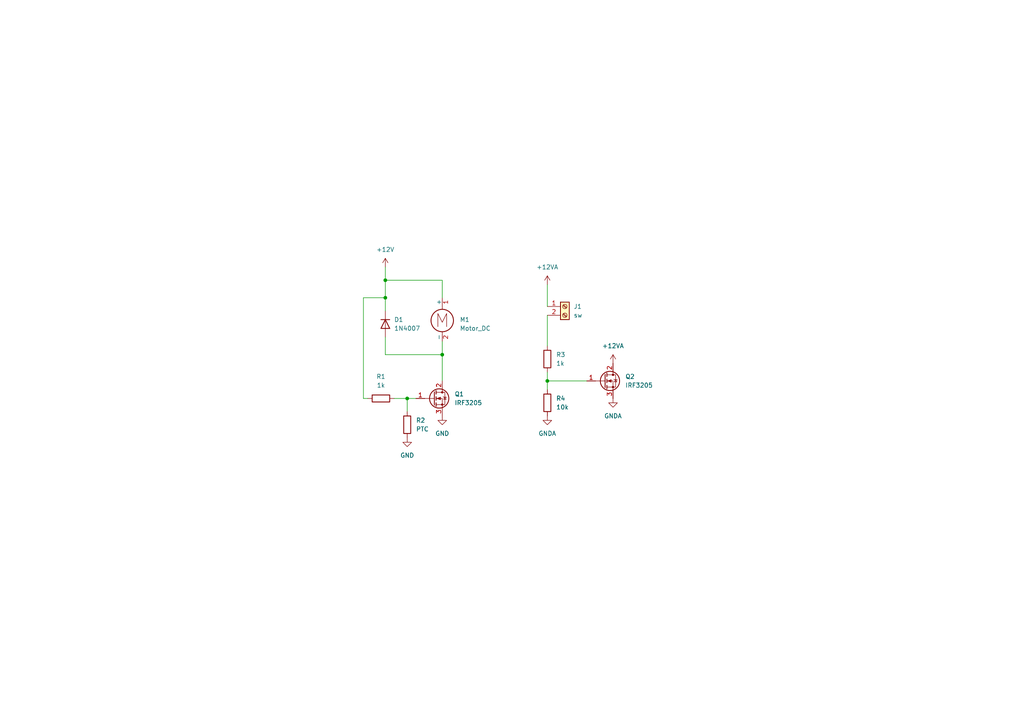
<source format=kicad_sch>
(kicad_sch (version 20230121) (generator eeschema)
  (paper "A4")
  (lib_symbols
    (symbol "Connector:Screw_Terminal_01x02" (pin_names (offset 1.016) hide)
      (property "Reference" "J" (at 0 2.54 0))
      (property "Value" "Screw_Terminal_01x02" (at 0 -5.08 0))
      (symbol "Screw_Terminal_01x02_1_1"
        (rectangle (start -1.27 1.27) (end 1.27 -3.81) (stroke (width 0.254)) (fill (type background)))
        (circle (center 0 -2.54) (radius 0.635) (stroke (width 0.1524)))
        (polyline (pts (xy -0.5334 -2.2098) (xy 0.3302 -3.048)) (stroke (width 0.1524)))
        (polyline (pts (xy -0.5334 0.3302) (xy 0.3302 -0.508)) (stroke (width 0.1524)))
        (polyline (pts (xy -0.3556 -2.032) (xy 0.508 -2.8702)) (stroke (width 0.1524)))
        (polyline (pts (xy -0.3556 0.508) (xy 0.508 -0.3302)) (stroke (width 0.1524)))
        (circle (center 0 0) (radius 0.635) (stroke (width 0.1524)))
        (pin passive line (at -5.08 0 0) (length 3.81) (name "Pin_1") (number "1"))
        (pin passive line (at -5.08 -2.54 0) (length 3.81) (name "Pin_2") (number "2"))
      )
    )
    (symbol "Device:R" (pin_numbers hide) (pin_names (offset 0))
      (property "Reference" "R" (at 2.032 0 90))
      (property "Value" "R" (at 0 0 90))
      (symbol "R_0_1"
        (rectangle (start -1.016 -2.54) (end 1.016 2.54) (stroke (width 0.254)))
      )
      (symbol "R_1_1"
        (pin passive line (at 0 3.81 270) (length 1.27) (name "~") (number "1"))
        (pin passive line (at 0 -3.81 90) (length 1.27) (name "~") (number "2"))
      )
    )
    (symbol "Diode:1N4007" (pin_numbers hide) (pin_names hide)
      (property "Reference" "D" (at 0 2.54 0))
      (property "Value" "1N4007" (at 0 -2.54 0))
      (symbol "1N4007_0_1"
        (polyline (pts (xy -1.27 1.27) (xy -1.27 -1.27)) (stroke (width 0.254)))
        (polyline (pts (xy 1.27 0) (xy -1.27 0)))
        (polyline (pts (xy 1.27 1.27) (xy 1.27 -1.27) (xy -1.27 0) (xy 1.27 1.27)) (stroke (width 0.254)))
      )
      (symbol "1N4007_1_1"
        (pin passive line (at -3.81 0 0) (length 2.54) (name "K") (number "1"))
        (pin passive line (at 3.81 0 180) (length 2.54) (name "A") (number "2"))
      )
    )
    (symbol "Motor:Motor_DC" (pin_names (offset 0))
      (property "Reference" "M" (at 2.54 2.54 0))
      (property "Value" "Motor_DC" (at 2.54 -5.08 0))
      (symbol "Motor_DC_0_0"
        (polyline (pts (xy -1.27 -3.302) (xy -1.27 0.508) (xy 0 -2.032) (xy 1.27 0.508) (xy 1.27 -3.302)))
      )
      (symbol "Motor_DC_0_1"
        (circle (center 0 -1.524) (radius 3.2512) (stroke (width 0.254)))
        (polyline (pts (xy 0 -7.62) (xy 0 -7.112)))
        (polyline (pts (xy 0 -4.7752) (xy 0 -5.1816)))
        (polyline (pts (xy 0 1.7272) (xy 0 2.0828)))
        (polyline (pts (xy 0 2.032) (xy 0 2.54)))
      )
      (symbol "Motor_DC_1_1"
        (pin passive line (at 0 5.08 270) (length 2.54) (name "+") (number "1"))
        (pin passive line (at 0 -7.62 90) (length 2.54) (name "-") (number "2"))
      )
    )
    (symbol "Transistor_FET:IRF3205" (pin_names hide)
      (property "Reference" "Q" (at 6.35 1.905 0))
      (property "Value" "IRF3205" (at 6.35 0 0))
      (symbol "IRF3205_0_1"
        (polyline (pts (xy 0.254 0) (xy -2.54 0)))
        (polyline (pts (xy 0.254 1.905) (xy 0.254 -1.905)) (stroke (width 0.254)))
        (polyline (pts (xy 0.762 -1.27) (xy 0.762 -2.286)) (stroke (width 0.254)))
        (polyline (pts (xy 0.762 0.508) (xy 0.762 -0.508)) (stroke (width 0.254)))
        (polyline (pts (xy 0.762 2.286) (xy 0.762 1.27)) (stroke (width 0.254)))
        (polyline (pts (xy 2.54 2.54) (xy 2.54 1.778)))
        (polyline (pts (xy 2.54 -2.54) (xy 2.54 0) (xy 0.762 0)))
        (polyline (pts (xy 0.762 -1.778) (xy 3.302 -1.778) (xy 3.302 1.778) (xy 0.762 1.778)))
        (polyline (pts (xy 1.016 0) (xy 2.032 0.381) (xy 2.032 -0.381) (xy 1.016 0)) (fill (type outline)))
        (polyline (pts (xy 2.794 0.508) (xy 2.921 0.381) (xy 3.683 0.381) (xy 3.81 0.254)))
        (polyline (pts (xy 3.302 0.381) (xy 2.921 -0.254) (xy 3.683 -0.254) (xy 3.302 0.381)))
        (circle (center 1.651 0) (radius 2.794) (stroke (width 0.254)))
        (circle (center 2.54 -1.778) (radius 0.254) (fill (type outline)))
        (circle (center 2.54 1.778) (radius 0.254) (fill (type outline)))
      )
      (symbol "IRF3205_1_1"
        (pin input line (at -5.08 0 0) (length 2.54) (name "G") (number "1"))
        (pin passive line (at 2.54 5.08 270) (length 2.54) (name "D") (number "2"))
        (pin passive line (at 2.54 -5.08 90) (length 2.54) (name "S") (number "3"))
      )
    )
    (symbol "power:+12V" (power) (pin_names (offset 0))
      (property "Value" "+12V" (at 0 3.556 0))
      (symbol "+12V_0_1"
        (polyline (pts (xy -0.762 1.27) (xy 0 2.54)))
        (polyline (pts (xy 0 0) (xy 0 2.54)))
        (polyline (pts (xy 0 2.54) (xy 0.762 1.27)))
      )
      (symbol "+12V_1_1"
        (pin power_in line (at 0 0 90) (length 0) hide (name "+12V") (number "1"))
      )
    )
    (symbol "power:+12VA" (power) (pin_names (offset 0))
      (property "Value" "+12VA" (at 0 3.556 0))
      (symbol "+12VA_0_1"
        (polyline (pts (xy -0.762 1.27) (xy 0 2.54)))
        (polyline (pts (xy 0 0) (xy 0 2.54)))
        (polyline (pts (xy 0 2.54) (xy 0.762 1.27)))
      )
      (symbol "+12VA_1_1"
        (pin power_in line (at 0 0 90) (length 0) hide (name "+12VA") (number "1"))
      )
    )
    (symbol "power:GND" (power) (pin_names (offset 0))
      (property "Value" "GND" (at 0 -3.81 0))
      (symbol "GND_0_1"
        (polyline (pts (xy 0 0) (xy 0 -1.27) (xy 1.27 -1.27) (xy 0 -2.54) (xy -1.27 -1.27) (xy 0 -1.27)))
      )
      (symbol "GND_1_1"
        (pin power_in line (at 0 0 270) (length 0) hide (name "GND") (number "1"))
      )
    )
    (symbol "power:GNDA" (power) (pin_names (offset 0))
      (property "Value" "GNDA" (at 0 -3.81 0))
      (symbol "GNDA_0_1"
        (polyline (pts (xy 0 0) (xy 0 -1.27) (xy 1.27 -1.27) (xy 0 -2.54) (xy -1.27 -1.27) (xy 0 -1.27)))
      )
      (symbol "GNDA_1_1"
        (pin power_in line (at 0 0 270) (length 0) hide (name "GNDA") (number "1"))
      )
    )
  )
  (junction (at 111.76 86.36))
  (junction (at 128.27 102.87))
  (junction (at 158.75 110.49))
  (junction (at 111.76 81.28))
  (junction (at 118.11 115.57))
  (wire (pts (xy 111.76 81.28) (xy 128.27 81.28)))
  (wire (pts (xy 111.76 90.17) (xy 111.76 86.36)))
  (wire (pts (xy 158.75 82.55) (xy 158.75 88.9)))
  (wire (pts (xy 105.41 86.36) (xy 111.76 86.36)))
  (wire (pts (xy 111.76 77.47) (xy 111.76 81.28)))
  (wire (pts (xy 118.11 115.57) (xy 120.65 115.57)))
  (wire (pts (xy 114.3 115.57) (xy 118.11 115.57)))
  (wire (pts (xy 111.76 102.87) (xy 128.27 102.87)))
  (wire (pts (xy 128.27 99.06) (xy 128.27 102.87)))
  (wire (pts (xy 158.75 91.44) (xy 158.75 100.33)))
  (wire (pts (xy 111.76 97.79) (xy 111.76 102.87)))
  (wire (pts (xy 118.11 119.38) (xy 118.11 115.57)))
  (wire (pts (xy 128.27 81.28) (xy 128.27 86.36)))
  (wire (pts (xy 105.41 115.57) (xy 105.41 86.36)))
  (wire (pts (xy 158.75 110.49) (xy 158.75 107.95)))
  (wire (pts (xy 128.27 102.87) (xy 128.27 110.49)))
  (wire (pts (xy 170.18 110.49) (xy 158.75 110.49)))
  (wire (pts (xy 158.75 110.49) (xy 158.75 113.03)))
  (wire (pts (xy 111.76 86.36) (xy 111.76 81.28)))
  (wire (pts (xy 106.68 115.57) (xy 105.41 115.57)))
  (symbol (lib_id "power:GNDA") (at 158.75 120.65 0) (unit 1)
    (property "Reference" "#PWR06" (effects hide))
    (property "Value" "GNDA" (at 158.75 125.73 0))
  )
  (symbol (lib_id "Device:R") (at 158.75 104.14 180) (unit 1)
    (property "Reference" "R3" (at 161.29 102.87 0) (effects (justify right)))
    (property "Value" "1k" (at 161.29 105.41 0) (effects (justify right)))
    (property "Footprint" "Resistor_THT:R_Axial_DIN0207_L6.3mm_D2.5mm_P7.62mm_Horizontal" (effects hide))
  )
  (symbol (lib_id "power:GND") (at 118.11 127 0) (unit 1)
    (property "Reference" "#PWR02" (effects hide))
    (property "Value" "GND" (at 118.11 132.08 0))
  )
  (symbol (lib_id "power:GNDA") (at 177.8 115.57 0) (unit 1)
    (property "Reference" "#PWR07" (effects hide))
    (property "Value" "GNDA" (at 177.8 120.65 0))
  )
  (symbol (lib_id "power:+12V") (at 111.76 77.47 0) (unit 1)
    (property "Reference" "#PWR03" (effects hide))
    (property "Value" "+12V" (at 111.76 72.39 0))
  )
  (symbol (lib_id "Device:R") (at 118.11 123.19 0) (unit 1)
    (property "Reference" "R2" (at 120.65 121.92 0) (effects (justify left)))
    (property "Value" "PTC" (at 120.65 124.46 0) (effects (justify left)))
    (property "Footprint" "Resistor_THT:R_Axial_DIN0204_L3.6mm_D1.6mm_P5.08mm_Horizontal" (effects hide))
  )
  (symbol (lib_id "Motor:Motor_DC") (at 128.27 91.44 0) (unit 1)
    (property "Reference" "M1" (at 133.35 92.71 0) (effects (justify left)))
    (property "Value" "Motor_DC" (at 133.35 95.25 0) (effects (justify left)))
    (property "Footprint" "Connector_PinHeader_2.54mm:PinHeader_1x02_P2.54mm_Vertical" (effects hide))
  )
  (symbol (lib_id "power:GND") (at 128.27 120.65 0) (unit 1)
    (property "Reference" "#PWR01" (effects hide))
    (property "Value" "GND" (at 128.27 125.73 0))
  )
  (symbol (lib_id "Transistor_FET:IRF3205") (at 125.73 115.57 0) (unit 1)
    (property "Reference" "Q1" (at 131.826 114.3 0) (effects (justify left)))
    (property "Value" "IRF3205" (at 131.826 116.84 0) (effects (justify left)))
    (property "Footprint" "Package_TO_SOT_THT:TO-220-3_Vertical" (effects hide))
    (property "Datasheet" "http://www.irf.com/product-info/datasheets/data/irf3205.pdf" (effects hide))
  )
  (symbol (lib_id "Connector:Screw_Terminal_01x02") (at 163.83 88.9 0) (unit 1)
    (property "Reference" "J1" (at 166.37 88.9 0) (effects (justify left)))
    (property "Value" "sw" (at 166.37 91.44 0) (effects (justify left)))
    (property "Footprint" "Connector_PinHeader_2.54mm:PinHeader_1x02_P2.54mm_Vertical" (effects hide))
  )
  (symbol (lib_id "Diode:1N4007") (at 111.76 93.98 270) (unit 1)
    (property "Reference" "D1" (at 114.3 92.71 90) (effects (justify left)))
    (property "Value" "1N4007" (at 114.3 95.25 90) (effects (justify left)))
    (property "Footprint" "Diode_THT:D_DO-41_SOD81_P10.16mm_Horizontal" (effects hide))
    (property "Datasheet" "http://www.vishay.com/docs/88503/1n4001.pdf" (effects hide))
    (property "Sim.Device" "D" (effects hide))
    (property "Sim.Pins" "1=K 2=A" (effects hide))
  )
  (symbol (lib_id "power:+12VA") (at 177.8 105.41 0) (unit 1)
    (property "Reference" "#PWR05" (effects hide))
    (property "Value" "+12VA" (at 177.8 100.33 0))
  )
  (symbol (lib_id "power:+12VA") (at 158.75 82.55 0) (unit 1)
    (property "Reference" "#PWR04" (effects hide))
    (property "Value" "+12VA" (at 158.75 77.47 0))
  )
  (symbol (lib_id "Device:R") (at 158.75 116.84 180) (unit 1)
    (property "Reference" "R4" (at 161.29 115.57 0) (effects (justify right)))
    (property "Value" "10k" (at 161.29 118.11 0) (effects (justify right)))
    (property "Footprint" "Resistor_THT:R_Axial_DIN0207_L6.3mm_D2.5mm_P7.62mm_Horizontal" (effects hide))
  )
  (symbol (lib_id "Transistor_FET:IRF3205") (at 175.26 110.49 0) (unit 1)
    (property "Reference" "Q2" (at 181.356 109.22 0) (effects (justify left)))
    (property "Value" "IRF3205" (at 181.356 111.76 0) (effects (justify left)))
    (property "Footprint" "Package_TO_SOT_THT:TO-220-3_Vertical" (effects hide))
    (property "Datasheet" "http://www.irf.com/product-info/datasheets/data/irf3205.pdf" (effects hide))
  )
  (symbol (lib_id "Device:R") (at 110.49 115.57 90) (unit 1)
    (property "Reference" "R1" (at 110.49 109.22 90))
    (property "Value" "1k" (at 110.49 111.76 90))
    (property "Footprint" "Resistor_THT:R_Axial_DIN0207_L6.3mm_D2.5mm_P7.62mm_Horizontal" (effects hide))
  )
)
</source>
